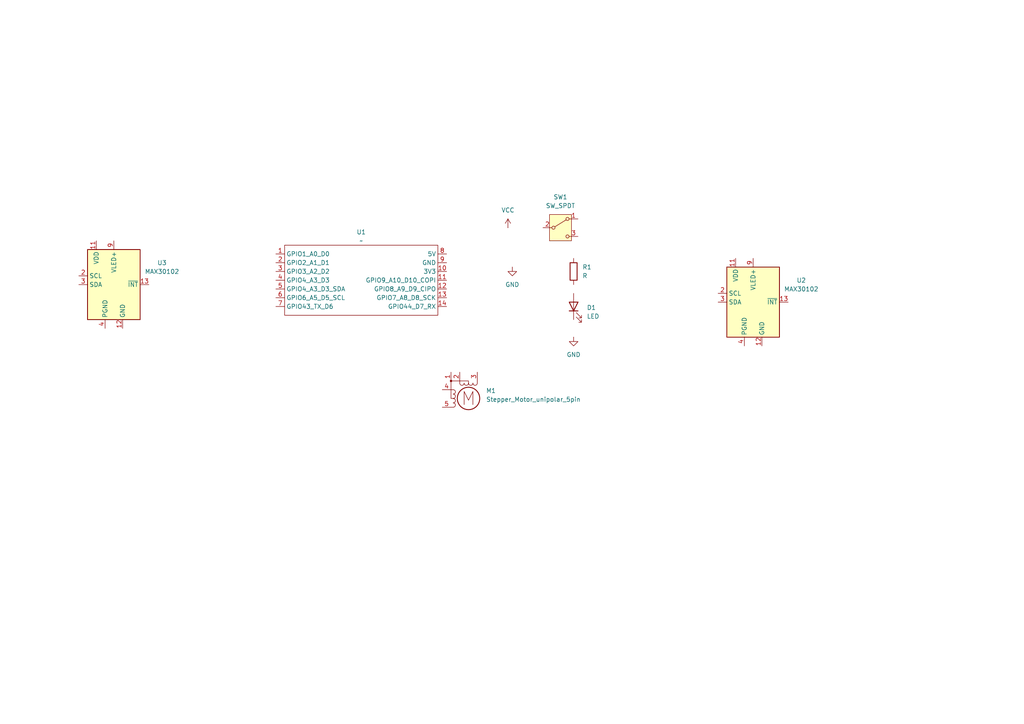
<source format=kicad_sch>
(kicad_sch (version 20231120) (generator "eeschema") (generator_version "8.0")
  (paper "A4")
  (title_block (title "final_demo") (date "2025-01-28") (rev "v1.0") (company "Jazmyn Zhang"))
  (lib_symbols
    (symbol "Device:LED" (pin_numbers hide) (pin_names (offset 1.016) hide)
      (property "Reference" "D" (at 0 2.54 0))
      (property "Value" "LED" (at 0 -2.54 0))
      (symbol "LED_0_1"
        (polyline (pts (xy -1.27 -1.27) (xy -1.27 1.27)) (stroke (width 0.254)))
        (polyline (pts (xy -1.27 0) (xy 1.27 0)))
        (polyline (pts (xy 1.27 -1.27) (xy 1.27 1.27) (xy -1.27 0) (xy 1.27 -1.27)) (stroke (width 0.254)))
        (polyline (pts (xy -3.048 -0.762) (xy -4.572 -2.286) (xy -3.81 -2.286) (xy -4.572 -2.286) (xy -4.572 -1.524)))
        (polyline (pts (xy -1.778 -0.762) (xy -3.302 -2.286) (xy -2.54 -2.286) (xy -3.302 -2.286) (xy -3.302 -1.524)))
      )
      (symbol "LED_1_1"
        (pin passive line (at -3.81 0 0) (length 2.54) (name "K") (number "1"))
        (pin passive line (at 3.81 0 180) (length 2.54) (name "A") (number "2"))
      )
    )
    (symbol "Device:R" (pin_numbers hide) (pin_names (offset 0))
      (property "Reference" "R" (at 2.032 0 90))
      (property "Value" "R" (at 0 0 90))
      (symbol "R_0_1"
        (rectangle (start -1.016 -2.54) (end 1.016 2.54) (stroke (width 0.254)))
      )
      (symbol "R_1_1"
        (pin passive line (at 0 3.81 270) (length 1.27) (name "~") (number "1"))
        (pin passive line (at 0 -3.81 90) (length 1.27) (name "~") (number "2"))
      )
    )
    (symbol "Motor:Stepper_Motor_unipolar_5pin" (pin_names (offset 0) hide)
      (property "Reference" "M" (at 3.81 2.54 0))
      (property "Value" "Stepper_Motor_unipolar_5pin" (at 3.81 1.27 0))
      (symbol "Stepper_Motor_unipolar_5pin_0_0"
        (polyline (pts (xy -1.27 -1.778) (xy -1.27 2.032) (xy 0 -0.508) (xy 1.27 2.032) (xy 1.27 -1.778)))
      )
      (symbol "Stepper_Motor_unipolar_5pin_0_1"
        (circle (center -5.08 5.08) (radius 0.0001) (fill (type outline)))
        (circle (center -5.08 5.08) (radius 0.254) (fill (type outline)))
        (arc (start -4.445 -2.54) (mid -3.8127 -1.905) (end -4.445 -1.27))
        (arc (start -4.445 -1.27) (mid -3.8127 -0.635) (end -4.445 0))
        (arc (start -4.445 0) (mid -3.8127 0.635) (end -4.445 1.27))
        (arc (start -4.445 1.27) (mid -3.8127 1.905) (end -4.445 2.54))
        (arc (start -2.54 4.445) (mid -1.905 3.8127) (end -1.27 4.445))
        (arc (start -1.27 4.445) (mid -0.635 3.8127) (end 0 4.445))
        (polyline (pts (xy -5.08 -2.54) (xy -4.445 -2.54)))
        (polyline (pts (xy -5.08 2.54) (xy -4.445 2.54)))
        (polyline (pts (xy -2.54 4.445) (xy -2.54 5.08)))
        (polyline (pts (xy 2.54 4.445) (xy 2.54 5.08)))
        (polyline (pts (xy -5.08 5.08) (xy -5.08 0) (xy -4.445 0)))
        (polyline (pts (xy 0 4.445) (xy 0 5.08) (xy -5.08 5.08)))
        (circle (center 0 0) (radius 3.2512) (stroke (width 0.254)))
        (arc (start 0 4.445) (mid 0.635 3.8127) (end 1.27 4.445))
        (arc (start 1.27 4.445) (mid 1.905 3.8127) (end 2.54 4.445))
      )
      (symbol "Stepper_Motor_unipolar_5pin_1_1"
        (pin passive line (at -5.08 7.62 270) (length 2.54) (name "~") (number "1"))
        (pin passive line (at -2.54 7.62 270) (length 2.54) (name "~") (number "2"))
        (pin passive line (at 2.54 7.62 270) (length 2.54) (name "-") (number "3"))
        (pin passive line (at -7.62 2.54 0) (length 2.54) (name "~") (number "4"))
        (pin passive line (at -7.62 -2.54 0) (length 2.54) (name "~") (number "5"))
      )
    )
    (symbol "Sensor:MAX30102"
      (property "Reference" "U" (at 7.62 15.24 0))
      (property "Value" "MAX30102" (at 7.62 12.7 0))
      (symbol "MAX30102_0_1"
        (rectangle (start -7.62 10.16) (end 7.62 -10.16) (stroke (width 0.254)) (fill (type background)))
      )
      (symbol "MAX30102_1_1"
        (pin no_connect line (at -7.62 5.08 0) (length 2.54) hide (name "NC") (number "1"))
        (pin passive line (at 0 12.7 270) (length 2.54) hide (name "VLED+") (number "10"))
        (pin power_in line (at -5.08 12.7 270) (length 2.54) (name "VDD") (number "11"))
        (pin power_in line (at 2.54 -12.7 90) (length 2.54) (name "GND") (number "12"))
        (pin output line (at 10.16 0 180) (length 2.54) (name "~{INT}") (number "13"))
        (pin no_connect line (at 7.62 2.54 180) (length 2.54) hide (name "NC") (number "14"))
        (pin input line (at -10.16 2.54 0) (length 2.54) (name "SCL") (number "2"))
        (pin bidirectional line (at -10.16 0 0) (length 2.54) (name "SDA") (number "3"))
        (pin power_in line (at -2.54 -12.7 90) (length 2.54) (name "PGND") (number "4"))
        (pin no_connect line (at 7.62 -7.62 180) (length 2.54) hide (name "NC") (number "5"))
        (pin no_connect line (at 7.62 -5.08 180) (length 2.54) hide (name "NC") (number "6"))
        (pin no_connect line (at -7.62 -2.54 0) (length 2.54) hide (name "NC") (number "7"))
        (pin no_connect line (at 7.62 5.08 180) (length 2.54) hide (name "NC") (number "8"))
        (pin power_in line (at 0 12.7 270) (length 2.54) (name "VLED+") (number "9"))
      )
    )
    (symbol "Switch:SW_SPDT" (pin_names (offset 0) hide)
      (property "Reference" "SW" (at 0 5.08 0))
      (property "Value" "SW_SPDT" (at 0 -5.08 0))
      (symbol "SW_SPDT_0_1"
        (circle (center -2.032 0) (radius 0.4572))
        (polyline (pts (xy -1.651 0.254) (xy 1.651 2.286)))
        (circle (center 2.032 -2.54) (radius 0.4572))
        (circle (center 2.032 2.54) (radius 0.4572))
      )
      (symbol "SW_SPDT_1_1"
        (rectangle (start -3.175 3.81) (end 3.175 -3.81) (fill (type background)))
        (pin passive line (at 5.08 2.54 180) (length 2.54) (name "A") (number "1"))
        (pin passive line (at -5.08 0 0) (length 2.54) (name "B") (number "2"))
        (pin passive line (at 5.08 -2.54 180) (length 2.54) (name "C") (number "3"))
      )
    )
    (symbol "Xiao_Demo:XIAO_ESP32_SENSE"
      (property "Reference" "U" (at 0 0 0))
      (symbol "XIAO_ESP32_SENSE_0_1"
        (polyline (pts (xy -20.32 8.89) (xy -20.32 -11.43) (xy 24.13 -11.43) (xy 24.13 8.89) (xy -20.32 8.89)))
      )
      (symbol "XIAO_ESP32_SENSE_1_1"
        (pin bidirectional line (at -22.86 6.35 0) (length 2.54) (name "GPIO1_A0_D0") (number "1"))
        (pin bidirectional line (at 26.67 1.27 180) (length 2.54) (name "3V3") (number "10"))
        (pin bidirectional line (at 26.67 -1.27 180) (length 2.54) (name "GPIO9_A10_D10_COPI") (number "11"))
        (pin bidirectional line (at 26.67 -3.81 180) (length 2.54) (name "GPIO8_A9_D9_CIPO") (number "12"))
        (pin bidirectional line (at 26.67 -6.35 180) (length 2.54) (name "GPIO7_A8_D8_SCK") (number "13"))
        (pin bidirectional line (at 26.67 -8.89 180) (length 2.54) (name "GPIO44_D7_RX") (number "14"))
        (pin bidirectional line (at -22.86 3.81 0) (length 2.54) (name "GPIO2_A1_D1") (number "2"))
        (pin bidirectional line (at -22.86 1.27 0) (length 2.54) (name "GPIO3_A2_D2") (number "3"))
        (pin bidirectional line (at -22.86 -1.27 0) (length 2.54) (name "GPIO4_A3_D3") (number "4"))
        (pin bidirectional line (at -22.86 -3.81 0) (length 2.54) (name "GPIO4_A3_D3_SDA") (number "5"))
        (pin bidirectional line (at -22.86 -6.35 0) (length 2.54) (name "GPIO6_A5_D5_SCL") (number "6"))
        (pin bidirectional line (at -22.86 -8.89 0) (length 2.54) (name "GPIO43_TX_D6") (number "7"))
        (pin bidirectional line (at 26.67 6.35 180) (length 2.54) (name "5V") (number "8"))
        (pin bidirectional line (at 26.67 3.81 180) (length 2.54) (name "GND") (number "9"))
      )
    )
    (symbol "power:GND" (power) (pin_numbers hide) (pin_names (offset 0) hide)
      (property "Value" "GND" (at 0 -3.81 0))
      (symbol "GND_0_1"
        (polyline (pts (xy 0 0) (xy 0 -1.27) (xy 1.27 -1.27) (xy 0 -2.54) (xy -1.27 -1.27) (xy 0 -1.27)))
      )
      (symbol "GND_1_1"
        (pin power_in line (at 0 0 270) (length 0) (name "~") (number "1"))
      )
    )
    (symbol "power:VCC" (power) (pin_numbers hide) (pin_names (offset 0) hide)
      (property "Value" "VCC" (at 0 3.556 0))
      (symbol "VCC_0_1"
        (polyline (pts (xy -0.762 1.27) (xy 0 2.54)))
        (polyline (pts (xy 0 0) (xy 0 2.54)))
        (polyline (pts (xy 0 2.54) (xy 0.762 1.27)))
      )
      (symbol "VCC_1_1"
        (pin power_in line (at 0 0 90) (length 0) (name "~") (number "1"))
      )
    )
  )
  (symbol (lib_id "power:GND") (at 166.37 97.79 0) (unit 1)
    (property "Reference" "#PWR03" (effects (hide yes)))
    (property "Value" "GND" (at 166.37 102.87 0))
    (property "Description" "Power symbol creates a global label with name \"GND\" , ground" (effects (hide yes)))
  )
  (symbol (lib_id "power:VCC") (at 147.32 66.04 0) (unit 1)
    (property "Reference" "#PWR01" (effects (hide yes)))
    (property "Value" "VCC" (at 147.32 60.96 0))
    (property "Description" "Power symbol creates a global label with name \"VCC\"" (effects (hide yes)))
  )
  (symbol (lib_id "Xiao_Demo:XIAO_ESP32_SENSE") (at 102.87 80.01 0) (unit 1)
    (property "Reference" "U1" (at 104.775 67.31 0))
    (property "Value" "~" (at 104.775 69.85 0))
  )
  (symbol (lib_id "Sensor:MAX30102") (at 33.02 82.55 0) (unit 1)
    (property "Reference" "U3" (at 46.99 76.2314 0))
    (property "Value" "MAX30102" (at 46.99 78.7714 0))
    (property "Footprint" "OptoDevice:Maxim_OLGA-14_3.3x5.6mm_P0.8mm" (effects (hide yes)))
    (property "Datasheet" "https://datasheets.maximintegrated.com/en/ds/MAX30102.pdf" (effects (hide yes)))
    (property "Description" "Heart Rate Sensor, 14-OLGA" (effects (hide yes)))
  )
  (symbol (lib_id "Device:R") (at 166.37 78.74 0) (unit 1)
    (property "Reference" "R1" (at 168.91 77.4699 0) (effects (justify left)))
    (property "Value" "R" (at 168.91 80.0099 0) (effects (justify left)))
    (property "Description" "Resistor" (effects (hide yes)))
  )
  (symbol (lib_id "Sensor:MAX30102") (at 218.44 87.63 0) (unit 1)
    (property "Reference" "U2" (at 232.41 81.3114 0))
    (property "Value" "MAX30102" (at 232.41 83.8514 0))
    (property "Footprint" "OptoDevice:Maxim_OLGA-14_3.3x5.6mm_P0.8mm" (effects (hide yes)))
    (property "Datasheet" "https://datasheets.maximintegrated.com/en/ds/MAX30102.pdf" (effects (hide yes)))
    (property "Description" "Heart Rate Sensor, 14-OLGA" (effects (hide yes)))
  )
  (symbol (lib_id "power:GND") (at 148.59 77.47 0) (unit 1)
    (property "Reference" "#PWR02" (effects (hide yes)))
    (property "Value" "GND" (at 148.59 82.55 0))
    (property "Description" "Power symbol creates a global label with name \"GND\" , ground" (effects (hide yes)))
  )
  (symbol (lib_id "Switch:SW_SPDT") (at 162.56 66.04 0) (unit 1)
    (property "Reference" "SW1" (at 162.56 57.15 0))
    (property "Value" "SW_SPDT" (at 162.56 59.69 0))
    (property "Description" "Switch, single pole double throw" (effects (hide yes)))
  )
  (symbol (lib_id "Device:LED") (at 166.37 88.9 90) (unit 1)
    (property "Reference" "D1" (at 170.18 89.2174 90) (effects (justify right)))
    (property "Value" "LED" (at 170.18 91.7574 90) (effects (justify right)))
    (property "Description" "Light emitting diode" (effects (hide yes)))
  )
  (symbol (lib_id "Motor:Stepper_Motor_unipolar_5pin") (at 135.89 115.57 0) (unit 1)
    (property "Reference" "M1" (at 140.97 113.322 0) (effects (justify left)))
    (property "Value" "Stepper_Motor_unipolar_5pin" (at 140.97 115.862 0) (effects (justify left)))
    (property "Datasheet" "http://www.infineon.com/dgdl/Application-Note-TLE8110EE_driving_UniPolarStepperMotor_V1.1.pdf?fileId=db3a30431be39b97011be5d0aa0a00b0" (effects (hide yes)))
    (property "Description" "5-wire unipolar stepper motor" (effects (hide yes)))
  )
)
</source>
